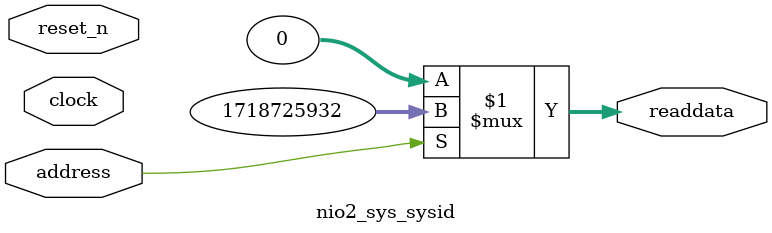
<source format=v>



// synthesis translate_off
`timescale 1ns / 1ps
// synthesis translate_on

// turn off superfluous verilog processor warnings 
// altera message_level Level1 
// altera message_off 10034 10035 10036 10037 10230 10240 10030 

module nio2_sys_sysid (
               // inputs:
                address,
                clock,
                reset_n,

               // outputs:
                readdata
             )
;

  output  [ 31: 0] readdata;
  input            address;
  input            clock;
  input            reset_n;

  wire    [ 31: 0] readdata;
  //control_slave, which is an e_avalon_slave
  assign readdata = address ? 1718725932 : 0;

endmodule



</source>
